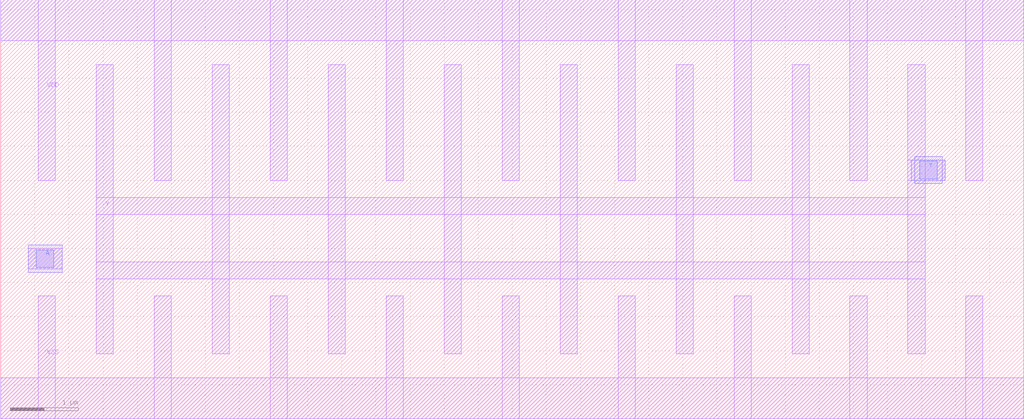
<source format=lef>
# Copyright 2022 Google LLC
# Licensed under the Apache License, Version 2.0 (the "License");
# you may not use this file except in compliance with the License.
# You may obtain a copy of the License at
#
#      http://www.apache.org/licenses/LICENSE-2.0
#
# Unless required by applicable law or agreed to in writing, software
# distributed under the License is distributed on an "AS IS" BASIS,
# WITHOUT WARRANTIES OR CONDITIONS OF ANY KIND, either express or implied.
# See the License for the specific language governing permissions and
# limitations under the License.
VERSION 5.7 ;
BUSBITCHARS "[]" ;
DIVIDERCHAR "/" ;

MACRO gf180mcu_osu_sc_gp9t3v3__inv_16
  CLASS CORE ;
  ORIGIN 0 0 ;
  FOREIGN gf180mcu_osu_sc_gp9t3v3__inv_16 0 0 ;
  SIZE 15 BY 6.15 ;
  SYMMETRY X Y ;
  SITE GF180_3p3_12t ;
  PIN VDD
    DIRECTION INOUT ;
    USE POWER ;
    SHAPE ABUTMENT ;
    PORT
      LAYER MET1 ;
        RECT 0 5.55 15 6.15 ;
        RECT 14.15 3.5 14.4 6.15 ;
        RECT 12.45 3.5 12.7 6.15 ;
        RECT 10.75 3.5 11 6.15 ;
        RECT 9.05 3.5 9.3 6.15 ;
        RECT 7.35 3.5 7.6 6.15 ;
        RECT 5.65 3.5 5.9 6.15 ;
        RECT 3.95 3.5 4.2 6.15 ;
        RECT 2.25 3.5 2.5 6.15 ;
        RECT 0.55 3.5 0.8 6.15 ;
    END
  END VDD
  PIN VSS
    DIRECTION INOUT ;
    USE GROUND ;
    PORT
      LAYER MET1 ;
        RECT 0 0 15 0.6 ;
        RECT 14.15 0 14.4 1.8 ;
        RECT 12.45 0 12.7 1.8 ;
        RECT 10.75 0 11 1.8 ;
        RECT 9.05 0 9.3 1.8 ;
        RECT 7.35 0 7.6 1.8 ;
        RECT 5.65 0 5.9 1.8 ;
        RECT 3.95 0 4.2 1.8 ;
        RECT 2.25 0 2.5 1.8 ;
        RECT 0.55 0 0.8 1.8 ;
    END
  END VSS
  PIN A
    DIRECTION INPUT ;
    USE SIGNAL ;
    PORT
      LAYER MET1 ;
        RECT 0.4 2.2 0.9 2.5 ;
      LAYER MET2 ;
        RECT 0.4 2.15 0.9 2.55 ;
      LAYER VIA12 ;
        RECT 0.52 2.22 0.78 2.48 ;
    END
  END A
  PIN Y
    DIRECTION OUTPUT ;
    USE SIGNAL ;
    PORT
      LAYER MET1 ;
        RECT 13.3 3.5 13.85 3.8 ;
        RECT 13.3 0.95 13.55 5.2 ;
        RECT 1.4 3 13.55 3.25 ;
        RECT 1.4 2.05 13.55 2.3 ;
        RECT 11.6 0.95 11.85 5.2 ;
        RECT 9.9 0.95 10.15 5.2 ;
        RECT 8.2 0.95 8.45 5.2 ;
        RECT 6.5 0.95 6.75 5.2 ;
        RECT 4.8 0.95 5.05 5.2 ;
        RECT 3.1 0.95 3.35 5.2 ;
        RECT 1.4 0.95 1.65 5.2 ;
      LAYER MET2 ;
        RECT 13.35 3.5 13.85 3.8 ;
        RECT 13.4 3.45 13.8 3.85 ;
      LAYER VIA12 ;
        RECT 13.47 3.52 13.73 3.78 ;
    END
  END Y
END gf180mcu_osu_sc_gp9t3v3__inv_16

</source>
